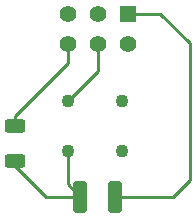
<source format=gbr>
%TF.GenerationSoftware,KiCad,Pcbnew,(6.0.8-1)-1*%
%TF.CreationDate,2022-12-28T17:01:43-05:00*%
%TF.ProjectId,Condor,436f6e64-6f72-42e6-9b69-6361645f7063,rev?*%
%TF.SameCoordinates,Original*%
%TF.FileFunction,Copper,L1,Top*%
%TF.FilePolarity,Positive*%
%FSLAX46Y46*%
G04 Gerber Fmt 4.6, Leading zero omitted, Abs format (unit mm)*
G04 Created by KiCad (PCBNEW (6.0.8-1)-1) date 2022-12-28 17:01:43*
%MOMM*%
%LPD*%
G01*
G04 APERTURE LIST*
G04 Aperture macros list*
%AMRoundRect*
0 Rectangle with rounded corners*
0 $1 Rounding radius*
0 $2 $3 $4 $5 $6 $7 $8 $9 X,Y pos of 4 corners*
0 Add a 4 corners polygon primitive as box body*
4,1,4,$2,$3,$4,$5,$6,$7,$8,$9,$2,$3,0*
0 Add four circle primitives for the rounded corners*
1,1,$1+$1,$2,$3*
1,1,$1+$1,$4,$5*
1,1,$1+$1,$6,$7*
1,1,$1+$1,$8,$9*
0 Add four rect primitives between the rounded corners*
20,1,$1+$1,$2,$3,$4,$5,0*
20,1,$1+$1,$4,$5,$6,$7,0*
20,1,$1+$1,$6,$7,$8,$9,0*
20,1,$1+$1,$8,$9,$2,$3,0*%
G04 Aperture macros list end*
%TA.AperFunction,SMDPad,CuDef*%
%ADD10C,1.100000*%
%TD*%
%TA.AperFunction,SMDPad,CuDef*%
%ADD11RoundRect,0.250000X-0.625000X0.312500X-0.625000X-0.312500X0.625000X-0.312500X0.625000X0.312500X0*%
%TD*%
%TA.AperFunction,SMDPad,CuDef*%
%ADD12RoundRect,0.250000X0.325000X1.100000X-0.325000X1.100000X-0.325000X-1.100000X0.325000X-1.100000X0*%
%TD*%
%TA.AperFunction,ComponentPad*%
%ADD13R,1.398000X1.398000*%
%TD*%
%TA.AperFunction,ComponentPad*%
%ADD14C,1.398000*%
%TD*%
%TA.AperFunction,Conductor*%
%ADD15C,0.250000*%
%TD*%
G04 APERTURE END LIST*
D10*
%TO.P,REF\u002A\u002A,1*%
%TO.N,N/C*%
X177050000Y-97900000D03*
%TO.P,REF\u002A\u002A,2*%
X172450000Y-97900000D03*
%TO.P,REF\u002A\u002A,3*%
X172450000Y-102100000D03*
%TO.P,REF\u002A\u002A,4*%
X177050000Y-102100000D03*
%TD*%
D11*
%TO.P,50 \u03A9,1*%
%TO.N,N/C*%
X168000000Y-100037500D03*
%TO.P,50 \u03A9,2*%
X168000000Y-102962500D03*
%TD*%
D12*
%TO.P,10 nF,1*%
%TO.N,N/C*%
X176475000Y-106000000D03*
%TO.P,10 nF,2*%
X173525000Y-106000000D03*
%TD*%
D13*
%TO.P,REF\u002A\u002A,1*%
%TO.N,N/C*%
X177540000Y-90492500D03*
D14*
%TO.P,REF\u002A\u002A,2*%
X175000000Y-90492500D03*
%TO.P,REF\u002A\u002A,3*%
X172460000Y-90492500D03*
%TO.P,REF\u002A\u002A,4*%
X177540000Y-93032500D03*
%TO.P,REF\u002A\u002A,5*%
X175000000Y-93032500D03*
%TO.P,REF\u002A\u002A,6*%
X172460000Y-93032500D03*
%TD*%
D15*
%TO.N,*%
X176475000Y-106000000D02*
X181400000Y-106000000D01*
X181400000Y-106000000D02*
X182800000Y-104600000D01*
X182800000Y-104600000D02*
X182800000Y-93000000D01*
X182800000Y-93000000D02*
X180300000Y-90500000D01*
X180300000Y-90500000D02*
X177547500Y-90500000D01*
X177547500Y-90500000D02*
X177540000Y-90492500D01*
X172450000Y-97900000D02*
X175000000Y-95350000D01*
X175000000Y-95350000D02*
X175000000Y-93032500D01*
X171065000Y-96065000D02*
X172460000Y-94670000D01*
X172460000Y-94670000D02*
X172460000Y-93032500D01*
X168000000Y-100037500D02*
X168000000Y-99130000D01*
X172450000Y-102100000D02*
X172450000Y-104925000D01*
X171070000Y-96070000D02*
X171065000Y-96065000D01*
X170600000Y-106000000D02*
X173525000Y-106000000D01*
X168000000Y-103400000D02*
X170600000Y-106000000D01*
X168000000Y-99130000D02*
X171065000Y-96065000D01*
X172450000Y-104925000D02*
X173525000Y-106000000D01*
%TD*%
M02*

</source>
